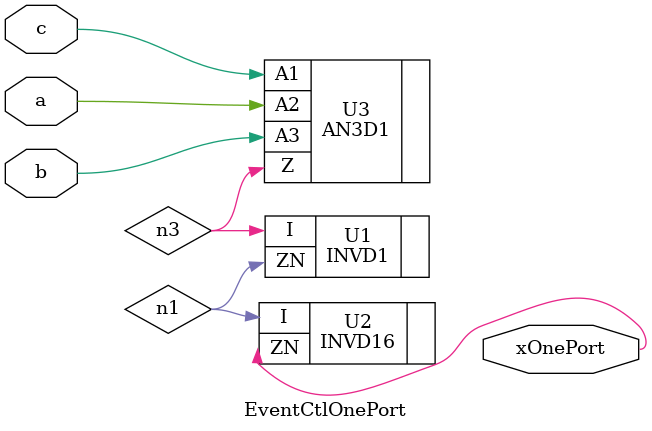
<source format=v>

module EventCtl ( a, b, c, xPart, yPart, xOnly, yOnly, xOnePort, xLatch, 
        yLatch );
  input a, b, c;
  output xPart, yPart, xOnly, yOnly, xOnePort, xLatch, yLatch;
  wire   n1, n2, n3;

  EventCtlLatch Latch_U5 ( .xLatch(xLatch), .yLatch(yLatch), .a(n3), .b(n2), 
        .c(n1) );
  EventCtlPart Part_U2 ( .xPart(xPart), .yPart(yPart), .a(n3), .b(n2), .c(n1)
         );
  EventCtlOnly Only_U3 ( .xOnly(xOnly), .yOnly(yOnly), .a(n3), .b(n2), .c(n1)
         );
  EventCtlOnePort OnePort_U4 ( .xOnePort(xOnePort), .a(n3), .b(n2), .c(n1) );
  BUFFD3 U1 ( .I(b), .Z(n2) );
  BUFFD3 U2 ( .I(c), .Z(n1) );
  BUFFD3 U3 ( .I(a), .Z(n3) );
endmodule


module EventCtlLatch ( xLatch, yLatch, a, b, c );
  input a, b, c;
  output xLatch, yLatch;
  wire   n8, n9, N0, N1, n1, n2, n3, n4, n6;

  LHQD1 xReg_reg ( .E(a), .D(N0), .Q(n8) );
  LHQD2 yReg_reg ( .E(b), .D(N1), .Q(n9) );
  INVD1 U2 ( .I(n9), .ZN(n4) );
  INVD1 U3 ( .I(n8), .ZN(n6) );
  NR2D1 U4 ( .A1(n3), .A2(n2), .ZN(N0) );
  ND2D1 U5 ( .A1(n2), .A2(n3), .ZN(n1) );
  INVD0 U6 ( .I(c), .ZN(n2) );
  INVD0 U7 ( .I(b), .ZN(n3) );
  INVD16 U8 ( .I(n4), .ZN(yLatch) );
  XOR2D0 U9 ( .A1(a), .A2(n1), .Z(N1) );
  INVD16 U10 ( .I(n6), .ZN(xLatch) );
endmodule


module EventCtlPart ( xPart, yPart, a, b, c );
  input a, b, c;
  output xPart, yPart;
  wire   n6, n7, n1, n2, n4;

  INVD1 U1 ( .I(n6), .ZN(n2) );
  INVD1 U2 ( .I(n7), .ZN(n4) );
  NR2XD2 U3 ( .A1(b), .A2(c), .ZN(n1) );
  XNR2D2 U4 ( .A1(n1), .A2(a), .ZN(n7) );
  INVD16 U5 ( .I(n2), .ZN(xPart) );
  AN3D1 U6 ( .A1(b), .A2(c), .A3(a), .Z(n6) );
  INVD16 U7 ( .I(n4), .ZN(yPart) );
endmodule


module EventCtlOnly ( xOnly, yOnly, a, b, c );
  input a, b, c;
  output xOnly, yOnly;
  wire   n6, n7, n1, n2, n4;

  INVD1 U1 ( .I(n7), .ZN(n4) );
  INVD1 U2 ( .I(n6), .ZN(n2) );
  XNR2D2 U3 ( .A1(n1), .A2(a), .ZN(n7) );
  NR2XD2 U4 ( .A1(b), .A2(c), .ZN(n1) );
  INVD16 U5 ( .I(n2), .ZN(xOnly) );
  AN3D1 U6 ( .A1(c), .A2(a), .A3(b), .Z(n6) );
  INVD16 U7 ( .I(n4), .ZN(yOnly) );
endmodule


module EventCtlOnePort ( xOnePort, a, b, c );
  input a, b, c;
  output xOnePort;
  wire   n3, n1;

  INVD1 U1 ( .I(n3), .ZN(n1) );
  INVD16 U2 ( .I(n1), .ZN(xOnePort) );
  AN3D1 U3 ( .A1(c), .A2(a), .A3(b), .Z(n3) );
endmodule


</source>
